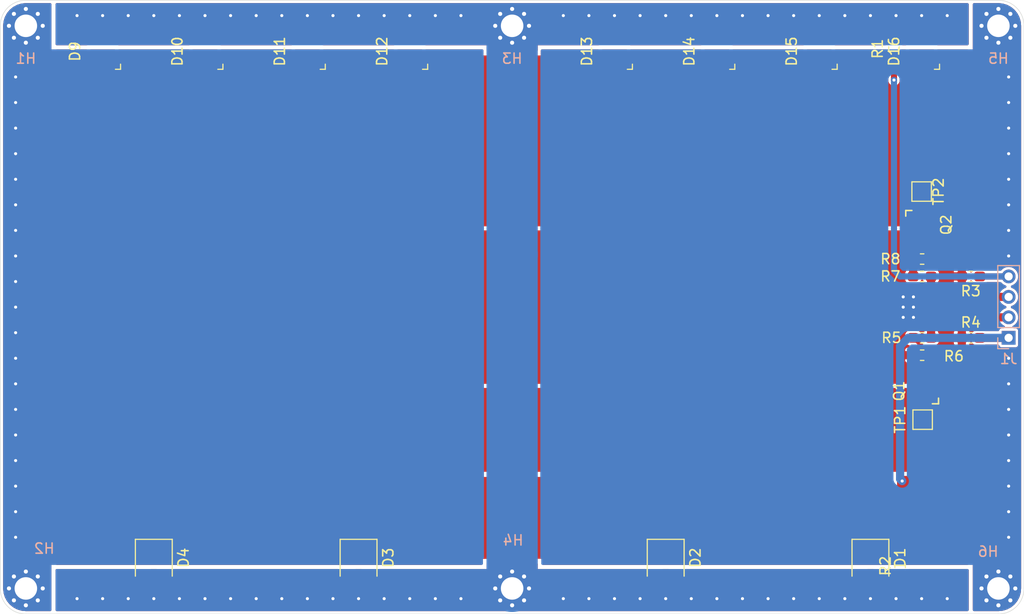
<source format=kicad_pcb>
(kicad_pcb (version 20171130) (host pcbnew 5.1.5)
  (layers (0 F.Cu signal) (31 B.Cu signal) (34 B.Paste user) (35 F.Paste user) (36 B.SilkS user) (37 F.SilkS user) (38 B.Mask user) (39 F.Mask user) (44 Edge.Cuts user))
  (net 0 "")
  (net 1 "Net-(D1-Pad1)")
  (net 2 GND)
  (net 3 VCC)
  (net 4 OC1A)
  (net 5 OC1B)
  (net 6 "Net-(Q1-Pad3)")
  (net 7 "Net-(Q2-Pad3)")
  (net 8 "Net-(D10-Pad1)")
  (net 9 LED_NTC2)
  (net 10 LED_NTC1)
  (module LED_SMD:LED_Cree-XP-G (layer F.Cu) (at 35 74.5 270)
    (fp_text reference D4 (at 0 -2.9 90) (layer F.SilkS))
    (fp_text value LED_PAD)
    (fp_line (start -1.8 1.8) (end -1.8 -1.8) (layer F.SilkS) (width 0.12))
    (fp_line (start 1.8 1.8) (end -1.8 1.8) (layer F.SilkS) (width 0.12))
    (fp_line (start -1.8 -1.8) (end 1.8 -1.8) (layer F.SilkS) (width 0.12))
    (pad 3 smd rect (at 0 0 270) (size 1.3 3.3) (layers F.Cu F.Mask) (net 10 LED_NTC1))
    (pad 1 smd rect (at -1.4 0 270) (size 0.5 3.3) (layers F.Cu F.Paste F.Mask) (net 1 "Net-(D1-Pad1)"))
    (pad 2 smd rect (at 1.4 0 270) (size 0.5 3.3) (layers F.Cu F.Paste F.Mask) (net 3 VCC))
  )
  (module LED_SMD:LED_Cree-XP-G (layer F.Cu) (at 55 74.5 270)
    (fp_text reference D3 (at 0 -2.9 90) (layer F.SilkS))
    (fp_text value LED_PAD)
    (fp_line (start -1.8 1.8) (end -1.8 -1.8) (layer F.SilkS) (width 0.12))
    (fp_line (start 1.8 1.8) (end -1.8 1.8) (layer F.SilkS) (width 0.12))
    (fp_line (start -1.8 -1.8) (end 1.8 -1.8) (layer F.SilkS) (width 0.12))
    (pad 3 smd rect (at 0 0 270) (size 1.3 3.3) (layers F.Cu F.Mask) (net 10 LED_NTC1))
    (pad 1 smd rect (at -1.4 0 270) (size 0.5 3.3) (layers F.Cu F.Paste F.Mask) (net 1 "Net-(D1-Pad1)"))
    (pad 2 smd rect (at 1.4 0 270) (size 0.5 3.3) (layers F.Cu F.Paste F.Mask) (net 3 VCC))
  )
  (module LED_SMD:LED_Cree-XP-G (layer F.Cu) (at 85 74.5 270)
    (fp_text reference D2 (at 0 -2.9 90) (layer F.SilkS))
    (fp_text value LED_PAD)
    (fp_line (start -1.8 1.8) (end -1.8 -1.8) (layer F.SilkS) (width 0.12))
    (fp_line (start 1.8 1.8) (end -1.8 1.8) (layer F.SilkS) (width 0.12))
    (fp_line (start -1.8 -1.8) (end 1.8 -1.8) (layer F.SilkS) (width 0.12))
    (pad 3 smd rect (at 0 0 270) (size 1.3 3.3) (layers F.Cu F.Mask) (net 10 LED_NTC1))
    (pad 1 smd rect (at -1.4 0 270) (size 0.5 3.3) (layers F.Cu F.Paste F.Mask) (net 1 "Net-(D1-Pad1)"))
    (pad 2 smd rect (at 1.4 0 270) (size 0.5 3.3) (layers F.Cu F.Paste F.Mask) (net 3 VCC))
  )
  (module LED_SMD:LED_Cree-XP-G (layer F.Cu) (at 105 74.5 270)
    (fp_text reference D1 (at 0 -2.9 90) (layer F.SilkS))
    (fp_text value LED_PAD)
    (fp_line (start -1.8 1.8) (end -1.8 -1.8) (layer F.SilkS) (width 0.12))
    (fp_line (start 1.8 1.8) (end -1.8 1.8) (layer F.SilkS) (width 0.12))
    (fp_line (start -1.8 -1.8) (end 1.8 -1.8) (layer F.SilkS) (width 0.12))
    (pad 3 smd rect (at 0 0 270) (size 1.3 3.3) (layers F.Cu F.Mask) (net 10 LED_NTC1))
    (pad 1 smd rect (at -1.4 0 270) (size 0.5 3.3) (layers F.Cu F.Paste F.Mask) (net 1 "Net-(D1-Pad1)"))
    (pad 2 smd rect (at 1.4 0 270) (size 0.5 3.3) (layers F.Cu F.Paste F.Mask) (net 3 VCC))
  )
  (module Resistor_SMD:R_0603_1608Metric_Pad1.05x0.95mm_HandSolder (layer F.Cu) (at 114.8 47 180)
    (fp_text reference R3 (at 0 -1.43) (layer F.SilkS))
    (fp_text value "NTC 10 kΩ")
    (fp_line (start -0.171267 0.51) (end 0.171267 0.51) (layer F.SilkS) (width 0.12))
    (fp_line (start -0.171267 -0.51) (end 0.171267 -0.51) (layer F.SilkS) (width 0.12))
    (pad 2 smd roundrect (at 0.875 0 180) (size 1.05 0.95) (layers F.Cu F.Paste F.Mask) (net 2 GND))
    (pad 1 smd roundrect (at -0.875 0 180) (size 1.05 0.95) (layers F.Cu F.Paste F.Mask) (net 9 LED_NTC2))
  )
  (module Resistor_SMD:R_0603_1608Metric_Pad1.05x0.95mm_HandSolder (layer F.Cu) (at 107.3 24.7 270)
    (fp_text reference R1 (at 0.05 1.6 90) (layer F.SilkS))
    (fp_text value "10 kΩ")
    (fp_line (start -0.171267 0.51) (end 0.171267 0.51) (layer F.SilkS) (width 0.12))
    (fp_line (start -0.171267 -0.51) (end 0.171267 -0.51) (layer F.SilkS) (width 0.12))
    (pad 2 smd roundrect (at 0.875 0 270) (size 1.05 0.95) (layers F.Cu F.Paste F.Mask) (net 9 LED_NTC2))
    (pad 1 smd roundrect (at -0.875 0 270) (size 1.05 0.95) (layers F.Cu F.Paste F.Mask) (net 3 VCC))
  )
  (module lt_foots:logo_flatlight_git_silk (layer B.Cu) (at 55.4 50.1)
    (fp_text reference logo7 hide)
    (fp_text value logo_flatlight_git hide)
  )
  (module lt_foots:logo_horse (layer F.Cu) (at 34.8 49.9)
    (fp_text reference logo2 hide)
    (fp_text value logo_horse hide)
  )
  (module Resistor_SMD:R_0603_1608Metric_Pad1.05x0.95mm_HandSolder (layer F.Cu) (at 110.05 54.7)
    (fp_text reference R6 (at 3.1 0.1) (layer F.SilkS))
    (fp_text value 1MΩ)
    (fp_line (start -0.171267 0.51) (end 0.171267 0.51) (layer F.SilkS) (width 0.12))
    (fp_line (start -0.171267 -0.51) (end 0.171267 -0.51) (layer F.SilkS) (width 0.12))
    (pad 2 smd roundrect (at 0.875 0) (size 1.05 0.95) (layers F.Cu F.Paste F.Mask) (net 6 "Net-(Q1-Pad3)"))
    (pad 1 smd roundrect (at -0.875 0) (size 1.05 0.95) (layers F.Cu F.Paste F.Mask) (net 2 GND))
  )
  (module Resistor_SMD:R_0603_1608Metric_Pad1.05x0.95mm_HandSolder (layer F.Cu) (at 110.05 45.3 180)
    (fp_text reference R8 (at 3.1 0) (layer F.SilkS))
    (fp_text value 1MΩ)
    (fp_line (start -0.171267 0.51) (end 0.171267 0.51) (layer F.SilkS) (width 0.12))
    (fp_line (start -0.171267 -0.51) (end 0.171267 -0.51) (layer F.SilkS) (width 0.12))
    (pad 2 smd roundrect (at 0.875 0 180) (size 1.05 0.95) (layers F.Cu F.Paste F.Mask) (net 7 "Net-(Q2-Pad3)"))
    (pad 1 smd roundrect (at -0.875 0 180) (size 1.05 0.95) (layers F.Cu F.Paste F.Mask) (net 2 GND))
  )
  (module TestPoint:TestPoint_Pad_1.5x1.5mm (layer F.Cu) (at 110.1 61 90)
    (fp_text reference TP1 (at 0 -2.2 90) (layer F.SilkS))
    (fp_text value TestPoint)
    (fp_line (start -0.95 -0.95) (end 0.95 -0.95) (layer F.SilkS) (width 0.12))
    (fp_line (start 0.95 -0.95) (end 0.95 0.95) (layer F.SilkS) (width 0.12))
    (fp_line (start 0.95 0.95) (end -0.95 0.95) (layer F.SilkS) (width 0.12))
    (fp_line (start -0.95 0.95) (end -0.95 -0.95) (layer F.SilkS) (width 0.12))
    (pad 1 smd rect (at 0 0 90) (size 1.5 1.5) (layers F.Cu F.Mask) (net 1 "Net-(D1-Pad1)"))
  )
  (module TestPoint:TestPoint_Pad_1.5x1.5mm (layer F.Cu) (at 110 38.7 270)
    (fp_text reference TP2 (at 0 -1.648 90) (layer F.SilkS))
    (fp_text value TestPoint)
    (fp_line (start -0.95 0.95) (end -0.95 -0.95) (layer F.SilkS) (width 0.12))
    (fp_line (start 0.95 0.95) (end -0.95 0.95) (layer F.SilkS) (width 0.12))
    (fp_line (start 0.95 -0.95) (end 0.95 0.95) (layer F.SilkS) (width 0.12))
    (fp_line (start -0.95 -0.95) (end 0.95 -0.95) (layer F.SilkS) (width 0.12))
    (pad 1 smd rect (at 0 0 270) (size 1.5 1.5) (layers F.Cu F.Mask) (net 8 "Net-(D10-Pad1)"))
  )
  (module Resistor_SMD:R_0603_1608Metric_Pad1.05x0.95mm_HandSolder (layer F.Cu) (at 110.05 53 180)
    (fp_text reference R5 (at 3 0) (layer F.SilkS))
    (fp_text value 1kΩ)
    (fp_line (start -0.171267 0.51) (end 0.171267 0.51) (layer F.SilkS) (width 0.12))
    (fp_line (start -0.171267 -0.51) (end 0.171267 -0.51) (layer F.SilkS) (width 0.12))
    (pad 2 smd roundrect (at 0.875 0 180) (size 1.05 0.95) (layers F.Cu F.Paste F.Mask) (net 6 "Net-(Q1-Pad3)"))
    (pad 1 smd roundrect (at -0.875 0 180) (size 1.05 0.95) (layers F.Cu F.Paste F.Mask) (net 4 OC1A))
  )
  (module Resistor_SMD:R_0603_1608Metric_Pad1.05x0.95mm_HandSolder (layer F.Cu) (at 110.05 47 180)
    (fp_text reference R7 (at 3.1 0) (layer F.SilkS))
    (fp_text value 1kΩ)
    (fp_line (start -0.171267 0.51) (end 0.171267 0.51) (layer F.SilkS) (width 0.12))
    (fp_line (start -0.171267 -0.51) (end 0.171267 -0.51) (layer F.SilkS) (width 0.12))
    (pad 2 smd roundrect (at 0.875 0 180) (size 1.05 0.95) (layers F.Cu F.Paste F.Mask) (net 7 "Net-(Q2-Pad3)"))
    (pad 1 smd roundrect (at -0.875 0 180) (size 1.05 0.95) (layers F.Cu F.Paste F.Mask) (net 5 OC1B))
  )
  (module Resistor_SMD:R_0603_1608Metric_Pad1.05x0.95mm_HandSolder (layer F.Cu) (at 107.9 75.3 90)
    (fp_text reference R2 (at 0 -1.43 90) (layer F.SilkS))
    (fp_text value "10 kΩ")
    (fp_line (start -0.171267 -0.51) (end 0.171267 -0.51) (layer F.SilkS) (width 0.12))
    (fp_line (start -0.171267 0.51) (end 0.171267 0.51) (layer F.SilkS) (width 0.12))
    (pad 1 smd roundrect (at -0.875 0 90) (size 1.05 0.95) (layers F.Cu F.Paste F.Mask) (net 3 VCC))
    (pad 2 smd roundrect (at 0.875 0 90) (size 1.05 0.95) (layers F.Cu F.Paste F.Mask) (net 10 LED_NTC1))
  )
  (module Resistor_SMD:R_0603_1608Metric_Pad1.05x0.95mm_HandSolder (layer F.Cu) (at 114.8 53 180)
    (fp_text reference R4 (at 0 1.5 180) (layer F.SilkS))
    (fp_text value "NTC 10 kΩ")
    (fp_line (start -0.171267 0.51) (end 0.171267 0.51) (layer F.SilkS) (width 0.12))
    (fp_line (start -0.171267 -0.51) (end 0.171267 -0.51) (layer F.SilkS) (width 0.12))
    (pad 2 smd roundrect (at 0.875 0 180) (size 1.05 0.95) (layers F.Cu F.Paste F.Mask) (net 2 GND))
    (pad 1 smd roundrect (at -0.875 0 180) (size 1.05 0.95) (layers F.Cu F.Paste F.Mask) (net 10 LED_NTC1))
  )
  (module "lt_foots:U-DFN2020-6 (Type F)" (layer F.Cu) (at 110.1 58 90)
    (fp_text reference Q1 (at -0.2 -2.3 90) (layer F.SilkS))
    (fp_text value DMN2022-UFDF7)
    (fp_line (start -1.448496 1.549888) (end -0.9 1.549888) (layer F.SilkS) (width 0.15))
    (fp_line (start -1.448496 0.949888) (end -1.448496 1.549888) (layer F.SilkS) (width 0.15))
    (pad 2 smd rect (at 0.651504 -0.050112 90) (size 0.48 0.8) (layers F.Cu F.Paste F.Mask) (net 2 GND))
    (pad 2 smd rect (at 0.601504 -1.000112 90) (size 0.4 0.425) (layers F.Cu F.Paste F.Mask) (net 2 GND))
    (pad 1 smd rect (at -0.048496 -1.000112 90) (size 0.4 0.425) (layers F.Cu F.Paste F.Mask) (net 1 "Net-(D1-Pad1)"))
    (pad 1 smd rect (at -0.698496 -1.000112 90) (size 0.4 0.425) (layers F.Cu F.Paste F.Mask) (net 1 "Net-(D1-Pad1)"))
    (pad 3 smd rect (at 0.601504 0.899888 90) (size 0.4 0.425) (layers F.Cu F.Paste F.Mask) (net 6 "Net-(Q1-Pad3)"))
    (pad 1 smd rect (at -0.048496 0.899888 90) (size 0.4 0.425) (layers F.Cu F.Paste F.Mask) (net 1 "Net-(D1-Pad1)"))
    (pad 1 smd rect (at -0.698496 0.899888 90) (size 0.4 0.425) (layers F.Cu F.Paste F.Mask) (net 1 "Net-(D1-Pad1)"))
    (pad 1 smd rect (at -0.348496 -0.050112 90) (size 0.95 1.1) (layers F.Cu F.Paste F.Mask) (net 1 "Net-(D1-Pad1)"))
  )
  (module "lt_foots:U-DFN2020-6 (Type F)" (layer F.Cu) (at 110 42 270)
    (fp_text reference Q2 (at -0.048496 -2.400112 90) (layer F.SilkS))
    (fp_text value DMN2022-UFDF7)
    (fp_line (start -1.448496 0.949888) (end -1.448496 1.549888) (layer F.SilkS) (width 0.15))
    (fp_line (start -1.448496 1.549888) (end -0.9 1.549888) (layer F.SilkS) (width 0.15))
    (pad 1 smd rect (at -0.348496 -0.050112 270) (size 0.95 1.1) (layers F.Cu F.Paste F.Mask) (net 8 "Net-(D10-Pad1)"))
    (pad 1 smd rect (at -0.698496 0.899888 270) (size 0.4 0.425) (layers F.Cu F.Paste F.Mask) (net 8 "Net-(D10-Pad1)"))
    (pad 1 smd rect (at -0.048496 0.899888 270) (size 0.4 0.425) (layers F.Cu F.Paste F.Mask) (net 8 "Net-(D10-Pad1)"))
    (pad 3 smd rect (at 0.601504 0.899888 270) (size 0.4 0.425) (layers F.Cu F.Paste F.Mask) (net 7 "Net-(Q2-Pad3)"))
    (pad 1 smd rect (at -0.698496 -1.000112 270) (size 0.4 0.425) (layers F.Cu F.Paste F.Mask) (net 8 "Net-(D10-Pad1)"))
    (pad 1 smd rect (at -0.048496 -1.000112 270) (size 0.4 0.425) (layers F.Cu F.Paste F.Mask) (net 8 "Net-(D10-Pad1)"))
    (pad 2 smd rect (at 0.601504 -1.000112 270) (size 0.4 0.425) (layers F.Cu F.Paste F.Mask) (net 2 GND))
    (pad 2 smd rect (at 0.651504 -0.050112 270) (size 0.48 0.8) (layers F.Cu F.Paste F.Mask) (net 2 GND))
  )
  (module lt_foots:LED_Cree-J-Series (layer F.Cu) (at 110 25 90)
    (fp_text reference D16 (at 0 -2.7 90) (layer F.SilkS))
    (fp_text value LED)
    (fp_line (start -1.75 1.25) (end -1.75 1.75) (layer F.SilkS) (width 0.12))
    (fp_line (start -1.75 1.75) (end -1.25 1.75) (layer F.SilkS) (width 0.12))
    (pad 2 smd rect (at 1.05 0 90) (size 0.6 2.4) (layers F.Cu F.Mask) (net 3 VCC))
    (pad 1 smd rect (at -0.6 0 90) (size 1.6 2.4) (layers F.Cu F.Mask) (net 8 "Net-(D10-Pad1)"))
  )
  (module lt_foots:LED_Cree-J-Series (layer F.Cu) (at 100 25 90)
    (fp_text reference D15 (at 0 -2.7 90) (layer F.SilkS))
    (fp_text value LED)
    (fp_line (start -1.75 1.25) (end -1.75 1.75) (layer F.SilkS) (width 0.12))
    (fp_line (start -1.75 1.75) (end -1.25 1.75) (layer F.SilkS) (width 0.12))
    (pad 2 smd rect (at 1.05 0 90) (size 0.6 2.4) (layers F.Cu F.Mask) (net 3 VCC))
    (pad 1 smd rect (at -0.6 0 90) (size 1.6 2.4) (layers F.Cu F.Mask) (net 8 "Net-(D10-Pad1)"))
  )
  (module lt_foots:LED_Cree-J-Series (layer F.Cu) (at 90 25 90)
    (fp_text reference D14 (at 0 -2.7 90) (layer F.SilkS))
    (fp_text value LED)
    (fp_line (start -1.75 1.25) (end -1.75 1.75) (layer F.SilkS) (width 0.12))
    (fp_line (start -1.75 1.75) (end -1.25 1.75) (layer F.SilkS) (width 0.12))
    (pad 2 smd rect (at 1.05 0 90) (size 0.6 2.4) (layers F.Cu F.Mask) (net 3 VCC))
    (pad 1 smd rect (at -0.6 0 90) (size 1.6 2.4) (layers F.Cu F.Mask) (net 8 "Net-(D10-Pad1)"))
  )
  (module lt_foots:LED_Cree-J-Series (layer F.Cu) (at 80 25 90)
    (fp_text reference D13 (at 0 -2.7 90) (layer F.SilkS))
    (fp_text value LED)
    (fp_line (start -1.75 1.25) (end -1.75 1.75) (layer F.SilkS) (width 0.12))
    (fp_line (start -1.75 1.75) (end -1.25 1.75) (layer F.SilkS) (width 0.12))
    (pad 2 smd rect (at 1.05 0 90) (size 0.6 2.4) (layers F.Cu F.Mask) (net 3 VCC))
    (pad 1 smd rect (at -0.6 0 90) (size 1.6 2.4) (layers F.Cu F.Mask) (net 8 "Net-(D10-Pad1)"))
  )
  (module lt_foots:LED_Cree-J-Series (layer F.Cu) (at 60 25 90)
    (fp_text reference D12 (at 0 -2.7 90) (layer F.SilkS))
    (fp_text value LED)
    (fp_line (start -1.75 1.25) (end -1.75 1.75) (layer F.SilkS) (width 0.12))
    (fp_line (start -1.75 1.75) (end -1.25 1.75) (layer F.SilkS) (width 0.12))
    (pad 2 smd rect (at 1.05 0 90) (size 0.6 2.4) (layers F.Cu F.Mask) (net 3 VCC))
    (pad 1 smd rect (at -0.6 0 90) (size 1.6 2.4) (layers F.Cu F.Mask) (net 8 "Net-(D10-Pad1)"))
  )
  (module lt_foots:LED_Cree-J-Series (layer F.Cu) (at 50 25 90)
    (fp_text reference D11 (at 0 -2.7 90) (layer F.SilkS))
    (fp_text value LED)
    (fp_line (start -1.75 1.25) (end -1.75 1.75) (layer F.SilkS) (width 0.12))
    (fp_line (start -1.75 1.75) (end -1.25 1.75) (layer F.SilkS) (width 0.12))
    (pad 2 smd rect (at 1.05 0 90) (size 0.6 2.4) (layers F.Cu F.Mask) (net 3 VCC))
    (pad 1 smd rect (at -0.6 0 90) (size 1.6 2.4) (layers F.Cu F.Mask) (net 8 "Net-(D10-Pad1)"))
  )
  (module lt_foots:LED_Cree-J-Series (layer F.Cu) (at 40 25 90)
    (fp_text reference D10 (at 0 -2.7 90) (layer F.SilkS))
    (fp_text value LED)
    (fp_line (start -1.75 1.25) (end -1.75 1.75) (layer F.SilkS) (width 0.12))
    (fp_line (start -1.75 1.75) (end -1.25 1.75) (layer F.SilkS) (width 0.12))
    (pad 2 smd rect (at 1.05 0 90) (size 0.6 2.4) (layers F.Cu F.Mask) (net 3 VCC))
    (pad 1 smd rect (at -0.6 0 90) (size 1.6 2.4) (layers F.Cu F.Mask) (net 8 "Net-(D10-Pad1)"))
  )
  (module lt_foots:LED_Cree-J-Series (layer F.Cu) (at 30 25 90)
    (fp_text reference D9 (at 0 -2.7 90) (layer F.SilkS))
    (fp_text value LED)
    (fp_line (start -1.75 1.25) (end -1.75 1.75) (layer F.SilkS) (width 0.12))
    (fp_line (start -1.75 1.75) (end -1.25 1.75) (layer F.SilkS) (width 0.12))
    (pad 2 smd rect (at 1.05 0 90) (size 0.6 2.4) (layers F.Cu F.Mask) (net 3 VCC))
    (pad 1 smd rect (at -0.6 0 90) (size 1.6 2.4) (layers F.Cu F.Mask) (net 8 "Net-(D10-Pad1)"))
  )
  (module lt_foots:logo_REV18 (layer F.Cu) (at 96.8 50.7)
    (fp_text reference logo6 hide)
    (fp_text value logo_REV18 hide)
  )
  (module lt_foots:cc-by-sa (layer F.Cu) (at 91.8 52.2)
    (fp_text reference logo3 hide)
    (fp_text value logo-cc-by-sa hide)
  )
  (module Connector_PinHeader_2.00mm:PinHeader_1x04_P2.00mm_Vertical (layer B.Cu) (at 118.5 53)
    (fp_text reference J1 (at 0 2.06) (layer B.SilkS) (effects (justify mirror)))
    (fp_text value Conn_01x04)
    (fp_line (start -1.06 1.06) (end 0 1.06) (layer B.SilkS) (width 0.12))
    (fp_line (start -1.06 0) (end -1.06 1.06) (layer B.SilkS) (width 0.12))
    (fp_line (start -1.06 -1) (end 1.06 -1) (layer B.SilkS) (width 0.12))
    (fp_line (start 1.06 -1) (end 1.06 -7.06) (layer B.SilkS) (width 0.12))
    (fp_line (start -1.06 -1) (end -1.06 -7.06) (layer B.SilkS) (width 0.12))
    (fp_line (start -1.06 -7.06) (end 1.06 -7.06) (layer B.SilkS) (width 0.12))
    (pad 4 thru_hole oval (at 0 -6) (size 1.35 1.35) (drill 0.8) (layers *.Cu *.Mask) (net 9 LED_NTC2))
    (pad 3 thru_hole oval (at 0 -4) (size 1.35 1.35) (drill 0.8) (layers *.Cu *.Mask) (net 5 OC1B))
    (pad 2 thru_hole oval (at 0 -2) (size 1.35 1.35) (drill 0.8) (layers *.Cu *.Mask) (net 4 OC1A))
    (pad 1 thru_hole rect (at 0 0) (size 1.35 1.35) (drill 0.8) (layers *.Cu *.Mask) (net 10 LED_NTC1))
  )
  (module MountingHole:MountingHole_2.2mm_M2_Pad_Via (layer B.Cu) (at 117.5 77.5)
    (fp_text reference H6 (at -1 -3.6) (layer B.SilkS) (effects (justify mirror)))
    (fp_text value MountingHole_Pad)
    (pad 1 thru_hole circle (at 0 0) (size 4.4 4.4) (drill 2.2) (layers *.Cu *.Mask) (net 2 GND))
    (pad 1 thru_hole circle (at 1.65 0) (size 0.7 0.7) (drill 0.4) (layers *.Cu *.Mask) (net 2 GND))
    (pad 1 thru_hole circle (at 1.166726 -1.166726) (size 0.7 0.7) (drill 0.4) (layers *.Cu *.Mask) (net 2 GND))
    (pad 1 thru_hole circle (at 0 -1.65) (size 0.7 0.7) (drill 0.4) (layers *.Cu *.Mask) (net 2 GND))
    (pad 1 thru_hole circle (at -1.166726 -1.166726) (size 0.7 0.7) (drill 0.4) (layers *.Cu *.Mask) (net 2 GND))
    (pad 1 thru_hole circle (at -1.65 0) (size 0.7 0.7) (drill 0.4) (layers *.Cu *.Mask) (net 2 GND))
    (pad 1 thru_hole circle (at -1.166726 1.166726) (size 0.7 0.7) (drill 0.4) (layers *.Cu *.Mask) (net 2 GND))
    (pad 1 thru_hole circle (at 0 1.65) (size 0.7 0.7) (drill 0.4) (layers *.Cu *.Mask) (net 2 GND))
    (pad 1 thru_hole circle (at 1.166726 1.166726) (size 0.7 0.7) (drill 0.4) (layers *.Cu *.Mask) (net 2 GND))
  )
  (module MountingHole:MountingHole_2.2mm_M2_Pad_Via (layer B.Cu) (at 117.5 22.5)
    (fp_text reference H5 (at 0 3.2) (layer B.SilkS) (effects (justify mirror)))
    (fp_text value MountingHole_Pad)
    (pad 1 thru_hole circle (at 1.166726 1.166726) (size 0.7 0.7) (drill 0.4) (layers *.Cu *.Mask) (net 2 GND))
    (pad 1 thru_hole circle (at 0 1.65) (size 0.7 0.7) (drill 0.4) (layers *.Cu *.Mask) (net 2 GND))
    (pad 1 thru_hole circle (at -1.166726 1.166726) (size 0.7 0.7) (drill 0.4) (layers *.Cu *.Mask) (net 2 GND))
    (pad 1 thru_hole circle (at -1.65 0) (size 0.7 0.7) (drill 0.4) (layers *.Cu *.Mask) (net 2 GND))
    (pad 1 thru_hole circle (at -1.166726 -1.166726) (size 0.7 0.7) (drill 0.4) (layers *.Cu *.Mask) (net 2 GND))
    (pad 1 thru_hole circle (at 0 -1.65) (size 0.7 0.7) (drill 0.4) (layers *.Cu *.Mask) (net 2 GND))
    (pad 1 thru_hole circle (at 1.166726 -1.166726) (size 0.7 0.7) (drill 0.4) (layers *.Cu *.Mask) (net 2 GND))
    (pad 1 thru_hole circle (at 1.65 0) (size 0.7 0.7) (drill 0.4) (layers *.Cu *.Mask) (net 2 GND))
    (pad 1 thru_hole circle (at 0 0) (size 4.4 4.4) (drill 2.2) (layers *.Cu *.Mask) (net 2 GND))
  )
  (module MountingHole:MountingHole_2.2mm_M2_Pad_Via (layer B.Cu) (at 70 77.5)
    (fp_text reference H4 (at 0.1 -4.7) (layer B.SilkS) (effects (justify mirror)))
    (fp_text value MountingHole_Pad)
    (pad 1 thru_hole circle (at 0 0) (size 4.4 4.4) (drill 2.2) (layers *.Cu *.Mask) (net 3 VCC))
    (pad 1 thru_hole circle (at 1.65 0) (size 0.7 0.7) (drill 0.4) (layers *.Cu *.Mask) (net 3 VCC))
    (pad 1 thru_hole circle (at 1.166726 -1.166726) (size 0.7 0.7) (drill 0.4) (layers *.Cu *.Mask) (net 3 VCC))
    (pad 1 thru_hole circle (at 0 -1.65) (size 0.7 0.7) (drill 0.4) (layers *.Cu *.Mask) (net 3 VCC))
    (pad 1 thru_hole circle (at -1.166726 -1.166726) (size 0.7 0.7) (drill 0.4) (layers *.Cu *.Mask) (net 3 VCC))
    (pad 1 thru_hole circle (at -1.65 0) (size 0.7 0.7) (drill 0.4) (layers *.Cu *.Mask) (net 3 VCC))
    (pad 1 thru_hole circle (at -1.166726 1.166726) (size 0.7 0.7) (drill 0.4) (layers *.Cu *.Mask) (net 3 VCC))
    (pad 1 thru_hole circle (at 0 1.65) (size 0.7 0.7) (drill 0.4) (layers *.Cu *.Mask) (net 3 VCC))
    (pad 1 thru_hole circle (at 1.166726 1.166726) (size 0.7 0.7) (drill 0.4) (layers *.Cu *.Mask) (net 3 VCC))
  )
  (module MountingHole:MountingHole_2.2mm_M2_Pad_Via (layer B.Cu) (at 70 22.5)
    (fp_text reference H3 (at 0 3.2) (layer B.SilkS) (effects (justify mirror)))
    (fp_text value MountingHole_Pad)
    (pad 1 thru_hole circle (at 1.166726 1.166726) (size 0.7 0.7) (drill 0.4) (layers *.Cu *.Mask) (net 3 VCC))
    (pad 1 thru_hole circle (at 0 1.65) (size 0.7 0.7) (drill 0.4) (layers *.Cu *.Mask) (net 3 VCC))
    (pad 1 thru_hole circle (at -1.166726 1.166726) (size 0.7 0.7) (drill 0.4) (layers *.Cu *.Mask) (net 3 VCC))
    (pad 1 thru_hole circle (at -1.65 0) (size 0.7 0.7) (drill 0.4) (layers *.Cu *.Mask) (net 3 VCC))
    (pad 1 thru_hole circle (at -1.166726 -1.166726) (size 0.7 0.7) (drill 0.4) (layers *.Cu *.Mask) (net 3 VCC))
    (pad 1 thru_hole circle (at 0 -1.65) (size 0.7 0.7) (drill 0.4) (layers *.Cu *.Mask) (net 3 VCC))
    (pad 1 thru_hole circle (at 1.166726 -1.166726) (size 0.7 0.7) (drill 0.4) (layers *.Cu *.Mask) (net 3 VCC))
    (pad 1 thru_hole circle (at 1.65 0) (size 0.7 0.7) (drill 0.4) (layers *.Cu *.Mask) (net 3 VCC))
    (pad 1 thru_hole circle (at 0 0) (size 4.4 4.4) (drill 2.2) (layers *.Cu *.Mask) (net 3 VCC))
  )
  (module MountingHole:MountingHole_2.2mm_M2_Pad_Via (layer B.Cu) (at 22.5 77.5)
    (fp_text reference H2 (at 1.8 -3.9) (layer B.SilkS) (effects (justify mirror)))
    (fp_text value MountingHole_Pad)
    (pad 1 thru_hole circle (at 0 0) (size 4.4 4.4) (drill 2.2) (layers *.Cu *.Mask) (net 2 GND))
    (pad 1 thru_hole circle (at 1.65 0) (size 0.7 0.7) (drill 0.4) (layers *.Cu *.Mask) (net 2 GND))
    (pad 1 thru_hole circle (at 1.166726 -1.166726) (size 0.7 0.7) (drill 0.4) (layers *.Cu *.Mask) (net 2 GND))
    (pad 1 thru_hole circle (at 0 -1.65) (size 0.7 0.7) (drill 0.4) (layers *.Cu *.Mask) (net 2 GND))
    (pad 1 thru_hole circle (at -1.166726 -1.166726) (size 0.7 0.7) (drill 0.4) (layers *.Cu *.Mask) (net 2 GND))
    (pad 1 thru_hole circle (at -1.65 0) (size 0.7 0.7) (drill 0.4) (layers *.Cu *.Mask) (net 2 GND))
    (pad 1 thru_hole circle (at -1.166726 1.166726) (size 0.7 0.7) (drill 0.4) (layers *.Cu *.Mask) (net 2 GND))
    (pad 1 thru_hole circle (at 0 1.65) (size 0.7 0.7) (drill 0.4) (layers *.Cu *.Mask) (net 2 GND))
    (pad 1 thru_hole circle (at 1.166726 1.166726) (size 0.7 0.7) (drill 0.4) (layers *.Cu *.Mask) (net 2 GND))
  )
  (module MountingHole:MountingHole_2.2mm_M2_Pad_Via (layer B.Cu) (at 22.5 22.5)
    (fp_text reference H1 (at 0 3.2) (layer B.SilkS) (effects (justify mirror)))
    (fp_text value MountingHole_Pad)
    (pad 1 thru_hole circle (at 1.166726 1.166726) (size 0.7 0.7) (drill 0.4) (layers *.Cu *.Mask) (net 2 GND))
    (pad 1 thru_hole circle (at 0 1.65) (size 0.7 0.7) (drill 0.4) (layers *.Cu *.Mask) (net 2 GND))
    (pad 1 thru_hole circle (at -1.166726 1.166726) (size 0.7 0.7) (drill 0.4) (layers *.Cu *.Mask) (net 2 GND))
    (pad 1 thru_hole circle (at -1.65 0) (size 0.7 0.7) (drill 0.4) (layers *.Cu *.Mask) (net 2 GND))
    (pad 1 thru_hole circle (at -1.166726 -1.166726) (size 0.7 0.7) (drill 0.4) (layers *.Cu *.Mask) (net 2 GND))
    (pad 1 thru_hole circle (at 0 -1.65) (size 0.7 0.7) (drill 0.4) (layers *.Cu *.Mask) (net 2 GND))
    (pad 1 thru_hole circle (at 1.166726 -1.166726) (size 0.7 0.7) (drill 0.4) (layers *.Cu *.Mask) (net 2 GND))
    (pad 1 thru_hole circle (at 1.65 0) (size 0.7 0.7) (drill 0.4) (layers *.Cu *.Mask) (net 2 GND))
    (pad 1 thru_hole circle (at 0 0) (size 4.4 4.4) (drill 2.2) (layers *.Cu *.Mask) (net 2 GND))
  )
  (module lt_foots:logo_heart3 (layer F.Cu) (at 102.2 50)
    (fp_text reference logo1 hide)
    (fp_text value logo_heart hide)
  )
  (module lt_foots:logo_flatlight (layer F.Cu) (at 91.2 48.8)
    (fp_text reference logo5 hide)
    (fp_text value logo_flatlight hide)
  )
  (module lt_foots:logo_lightwarn_15mm (layer F.Cu) (at 70 50)
    (fp_text reference logo4 hide)
    (fp_text value logo_LIGHTWARN hide)
  )
  (gr_arc (start 22.5 77.5) (end 20 77.5) (angle -90) (layer Edge.Cuts) (width 0.05))
  (gr_arc (start 117.5 77.5) (end 117.5 80) (angle -90) (layer Edge.Cuts) (width 0.05))
  (gr_arc (start 117.5 22.5) (end 120 22.5) (angle -90) (layer Edge.Cuts) (width 0.05))
  (gr_arc (start 22.5 22.5) (end 22.5 20) (angle -90) (layer Edge.Cuts) (width 0.05))
  (gr_line (start 20 77.5) (end 20 22.5) (layer Edge.Cuts) (width 0.05))
  (gr_line (start 117.5 80) (end 22.5 80) (layer Edge.Cuts) (width 0.05))
  (gr_line (start 120 22.5) (end 120 77.5) (layer Edge.Cuts) (width 0.05))
  (gr_line (start 22.5 20) (end 117.5 20) (layer Edge.Cuts) (width 0.05))
  (via (at 21.5 45) (size 0.6) (drill 0.3) (layers F.Cu B.Cu) (net 2))
  (via (at 21.5 42.5) (size 0.6) (drill 0.3) (layers F.Cu B.Cu) (net 2))
  (via (at 21.5 47.5) (size 0.6) (drill 0.3) (layers F.Cu B.Cu) (net 2))
  (via (at 21.5 62.5) (size 0.6) (drill 0.3) (layers F.Cu B.Cu) (net 2))
  (via (at 21.5 50) (size 0.6) (drill 0.3) (layers F.Cu B.Cu) (net 2))
  (via (at 21.5 65) (size 0.6) (drill 0.3) (layers F.Cu B.Cu) (net 2))
  (via (at 21.5 40) (size 0.6) (drill 0.3) (layers F.Cu B.Cu) (net 2))
  (via (at 21.5 30) (size 0.6) (drill 0.3) (layers F.Cu B.Cu) (net 2))
  (via (at 21.5 27.5) (size 0.6) (drill 0.3) (layers F.Cu B.Cu) (net 2))
  (via (at 21.5 37.5) (size 0.6) (drill 0.3) (layers F.Cu B.Cu) (net 2))
  (via (at 21.5 35) (size 0.6) (drill 0.3) (layers F.Cu B.Cu) (net 2))
  (via (at 21.5 32.5) (size 0.6) (drill 0.3) (layers F.Cu B.Cu) (net 2))
  (via (at 21.5 67.5) (size 0.6) (drill 0.3) (layers F.Cu B.Cu) (net 2))
  (via (at 21.5 72.5) (size 0.6) (drill 0.3) (layers F.Cu B.Cu) (net 2))
  (via (at 21.5 70) (size 0.6) (drill 0.3) (layers F.Cu B.Cu) (net 2))
  (via (at 118.5 40) (size 0.6) (drill 0.3) (layers F.Cu B.Cu) (net 2))
  (via (at 118.5 65) (size 0.6) (drill 0.3) (layers F.Cu B.Cu) (net 2))
  (via (at 118.5 70) (size 0.6) (drill 0.3) (layers F.Cu B.Cu) (net 2))
  (via (at 118.5 35) (size 0.6) (drill 0.3) (layers F.Cu B.Cu) (net 2))
  (via (at 118.5 67.5) (size 0.6) (drill 0.3) (layers F.Cu B.Cu) (net 2))
  (via (at 118.5 62.5) (size 0.6) (drill 0.3) (layers F.Cu B.Cu) (net 2))
  (via (at 118.5 37.5) (size 0.6) (drill 0.3) (layers F.Cu B.Cu) (net 2))
  (via (at 118.5 27.5) (size 0.6) (drill 0.3) (layers F.Cu B.Cu) (net 2))
  (via (at 118.5 32.5) (size 0.6) (drill 0.3) (layers F.Cu B.Cu) (net 2))
  (via (at 118.5 30) (size 0.6) (drill 0.3) (layers F.Cu B.Cu) (net 2))
  (via (at 118.5 72.5) (size 0.6) (drill 0.3) (layers F.Cu B.Cu) (net 2))
  (segment (start 110.950112 42.651504) (end 111.000112 42.601504) (width 0.2) (layer F.Cu) (net 2))
  (segment (start 110.050112 42.651504) (end 110.950112 42.651504) (width 0.2) (layer F.Cu) (net 2))
  (via (at 21.5 55) (size 0.6) (drill 0.3) (layers F.Cu B.Cu) (net 2))
  (via (at 21.5 60) (size 0.6) (drill 0.3) (layers F.Cu B.Cu) (net 2))
  (via (at 21.5 57.5) (size 0.6) (drill 0.3) (layers F.Cu B.Cu) (net 2))
  (via (at 21.5 52.5) (size 0.6) (drill 0.3) (layers F.Cu B.Cu) (net 2))
  (via (at 118.5 57.5) (size 0.6) (drill 0.3) (layers F.Cu B.Cu) (net 2))
  (via (at 118.5 60) (size 0.6) (drill 0.3) (layers F.Cu B.Cu) (net 2))
  (via (at 118.5 55) (size 0.6) (drill 0.3) (layers F.Cu B.Cu) (net 2))
  (via (at 118.5 45) (size 0.6) (drill 0.3) (layers F.Cu B.Cu) (net 2))
  (via (at 118.5 42.5) (size 0.6) (drill 0.3) (layers F.Cu B.Cu) (net 2))
  (via (at 109.2 49) (size 0.6) (drill 0.3) (layers F.Cu B.Cu) (net 2))
  (via (at 109.2 51) (size 0.6) (drill 0.3) (layers F.Cu B.Cu) (net 2))
  (via (at 109.2 50) (size 0.6) (drill 0.3) (layers F.Cu B.Cu) (net 2))
  (via (at 108.2 49) (size 0.6) (drill 0.3) (layers F.Cu B.Cu) (net 2))
  (via (at 108.2 50) (size 0.6) (drill 0.3) (layers F.Cu B.Cu) (net 2))
  (via (at 108.2 51) (size 0.6) (drill 0.3) (layers F.Cu B.Cu) (net 2))
  (segment (start 70 77.3) (end 70 44.8) (width 5) (layer B.Cu) (net 3))
  (via (at 75 78.5) (size 0.6) (drill 0.3) (layers F.Cu B.Cu) (net 3))
  (via (at 77.5 78.5) (size 0.6) (drill 0.3) (layers F.Cu B.Cu) (net 3))
  (via (at 80 78.5) (size 0.6) (drill 0.3) (layers F.Cu B.Cu) (net 3))
  (via (at 82.5 78.5) (size 0.6) (drill 0.3) (layers F.Cu B.Cu) (net 3))
  (via (at 85 78.5) (size 0.6) (drill 0.3) (layers F.Cu B.Cu) (net 3))
  (via (at 92.5 78.5) (size 0.6) (drill 0.3) (layers F.Cu B.Cu) (net 3))
  (via (at 87.5 78.5) (size 0.6) (drill 0.3) (layers F.Cu B.Cu) (net 3))
  (via (at 90 78.5) (size 0.6) (drill 0.3) (layers F.Cu B.Cu) (net 3))
  (via (at 107.5 78.5) (size 0.6) (drill 0.3) (layers F.Cu B.Cu) (net 3))
  (via (at 95 78.5) (size 0.6) (drill 0.3) (layers F.Cu B.Cu) (net 3))
  (via (at 102.5 78.5) (size 0.6) (drill 0.3) (layers F.Cu B.Cu) (net 3))
  (via (at 112.5 78.5) (size 0.6) (drill 0.3) (layers F.Cu B.Cu) (net 3))
  (via (at 97.5 78.5) (size 0.6) (drill 0.3) (layers F.Cu B.Cu) (net 3))
  (via (at 105 78.5) (size 0.6) (drill 0.3) (layers F.Cu B.Cu) (net 3))
  (via (at 100 78.5) (size 0.6) (drill 0.3) (layers F.Cu B.Cu) (net 3))
  (via (at 110 78.5) (size 0.6) (drill 0.3) (layers F.Cu B.Cu) (net 3))
  (via (at 47.5 78.5) (size 0.6) (drill 0.3) (layers F.Cu B.Cu) (net 3))
  (via (at 40 78.5) (size 0.6) (drill 0.3) (layers F.Cu B.Cu) (net 3))
  (via (at 27.5 78.5) (size 0.6) (drill 0.3) (layers F.Cu B.Cu) (net 3))
  (via (at 35 78.5) (size 0.6) (drill 0.3) (layers F.Cu B.Cu) (net 3))
  (via (at 45 78.5) (size 0.6) (drill 0.3) (layers F.Cu B.Cu) (net 3))
  (via (at 60 78.5) (size 0.6) (drill 0.3) (layers F.Cu B.Cu) (net 3))
  (via (at 30 78.5) (size 0.6) (drill 0.3) (layers F.Cu B.Cu) (net 3))
  (via (at 37.5 78.5) (size 0.6) (drill 0.3) (layers F.Cu B.Cu) (net 3))
  (via (at 50 78.5) (size 0.6) (drill 0.3) (layers F.Cu B.Cu) (net 3))
  (via (at 57.5 78.5) (size 0.6) (drill 0.3) (layers F.Cu B.Cu) (net 3))
  (via (at 52.5 78.5) (size 0.6) (drill 0.3) (layers F.Cu B.Cu) (net 3))
  (via (at 65 78.5) (size 0.6) (drill 0.3) (layers F.Cu B.Cu) (net 3))
  (via (at 32.5 78.5) (size 0.6) (drill 0.3) (layers F.Cu B.Cu) (net 3))
  (via (at 62.5 78.5) (size 0.6) (drill 0.3) (layers F.Cu B.Cu) (net 3))
  (via (at 42.5 78.5) (size 0.6) (drill 0.3) (layers F.Cu B.Cu) (net 3))
  (via (at 55 78.5) (size 0.6) (drill 0.3) (layers F.Cu B.Cu) (net 3))
  (via (at 95 21.5) (size 0.6) (drill 0.3) (layers F.Cu B.Cu) (net 3))
  (via (at 50 21.5) (size 0.6) (drill 0.3) (layers F.Cu B.Cu) (net 3))
  (via (at 87.5 21.5) (size 0.6) (drill 0.3) (layers F.Cu B.Cu) (net 3))
  (via (at 75 21.5) (size 0.6) (drill 0.3) (layers F.Cu B.Cu) (net 3))
  (via (at 82.5 21.5) (size 0.6) (drill 0.3) (layers F.Cu B.Cu) (net 3))
  (via (at 92.5 21.5) (size 0.6) (drill 0.3) (layers F.Cu B.Cu) (net 3))
  (via (at 107.5 21.5) (size 0.6) (drill 0.3) (layers F.Cu B.Cu) (net 3))
  (via (at 37.5 21.5) (size 0.6) (drill 0.3) (layers F.Cu B.Cu) (net 3))
  (via (at 35 21.5) (size 0.6) (drill 0.3) (layers F.Cu B.Cu) (net 3))
  (via (at 32.5 21.5) (size 0.6) (drill 0.3) (layers F.Cu B.Cu) (net 3))
  (via (at 55 21.5) (size 0.6) (drill 0.3) (layers F.Cu B.Cu) (net 3))
  (via (at 77.5 21.5) (size 0.6) (drill 0.3) (layers F.Cu B.Cu) (net 3))
  (via (at 62.5 21.5) (size 0.6) (drill 0.3) (layers F.Cu B.Cu) (net 3))
  (via (at 85 21.5) (size 0.6) (drill 0.3) (layers F.Cu B.Cu) (net 3))
  (via (at 97.5 21.5) (size 0.6) (drill 0.3) (layers F.Cu B.Cu) (net 3))
  (via (at 105 21.5) (size 0.6) (drill 0.3) (layers F.Cu B.Cu) (net 3))
  (via (at 27.5 21.5) (size 0.6) (drill 0.3) (layers F.Cu B.Cu) (net 3))
  (via (at 45 21.5) (size 0.6) (drill 0.3) (layers F.Cu B.Cu) (net 3))
  (via (at 52.5 21.5) (size 0.6) (drill 0.3) (layers F.Cu B.Cu) (net 3))
  (via (at 30 21.5) (size 0.6) (drill 0.3) (layers F.Cu B.Cu) (net 3))
  (via (at 40 21.5) (size 0.6) (drill 0.3) (layers F.Cu B.Cu) (net 3))
  (via (at 65 21.5) (size 0.6) (drill 0.3) (layers F.Cu B.Cu) (net 3))
  (via (at 100 21.5) (size 0.6) (drill 0.3) (layers F.Cu B.Cu) (net 3))
  (via (at 42.5 21.5) (size 0.6) (drill 0.3) (layers F.Cu B.Cu) (net 3))
  (via (at 60 21.5) (size 0.6) (drill 0.3) (layers F.Cu B.Cu) (net 3))
  (via (at 47.5 21.5) (size 0.6) (drill 0.3) (layers F.Cu B.Cu) (net 3))
  (via (at 112.5 21.5) (size 0.6) (drill 0.3) (layers F.Cu B.Cu) (net 3))
  (via (at 80 21.5) (size 0.6) (drill 0.3) (layers F.Cu B.Cu) (net 3))
  (via (at 110 21.5) (size 0.6) (drill 0.3) (layers F.Cu B.Cu) (net 3))
  (via (at 90 21.5) (size 0.6) (drill 0.3) (layers F.Cu B.Cu) (net 3))
  (via (at 57.5 21.5) (size 0.6) (drill 0.3) (layers F.Cu B.Cu) (net 3))
  (via (at 102.5 21.5) (size 0.6) (drill 0.3) (layers F.Cu B.Cu) (net 3))
  (segment (start 70 44.9) (end 70 22.8) (width 5) (layer B.Cu) (net 3))
  (segment (start 110.925 51.425) (end 110.925 53) (width 0.8) (layer F.Cu) (net 4))
  (segment (start 118.5 51) (end 111.35 51) (width 0.8) (layer F.Cu) (net 4))
  (segment (start 111.35 51) (end 110.925 51.425) (width 0.8) (layer F.Cu) (net 4))
  (segment (start 110.925 48.675) (end 110.925 47) (width 0.8) (layer F.Cu) (net 5))
  (segment (start 118.5 49) (end 111.25 49) (width 0.8) (layer F.Cu) (net 5))
  (segment (start 111.25 49) (end 110.925 48.675) (width 0.8) (layer F.Cu) (net 5))
  (segment (start 110.999888 55.024888) (end 110.975 55) (width 0.2) (layer F.Cu) (net 6))
  (segment (start 110.999888 57.398496) (end 110.999888 55.024888) (width 0.4) (layer F.Cu) (net 6))
  (segment (start 109.225 53) (end 110.925 54.7) (width 0.4) (layer F.Cu) (net 6))
  (segment (start 109.175 53) (end 109.225 53) (width 0.2) (layer F.Cu) (net 6))
  (segment (start 109.175 47) (end 109.175 45.3) (width 0.8) (layer F.Cu) (net 7))
  (segment (start 109.100112 45.225112) (end 109.175 45.3) (width 0.2) (layer F.Cu) (net 7))
  (segment (start 109.100112 42.601504) (end 109.100112 45.225112) (width 0.4) (layer F.Cu) (net 7))
  (segment (start 110.350112 41.951504) (end 110.050112 41.651504) (width 0.2) (layer F.Cu) (net 8))
  (segment (start 111.000112 41.951504) (end 110.350112 41.951504) (width 0.2) (layer F.Cu) (net 8))
  (segment (start 110.400112 41.301504) (end 110.050112 41.651504) (width 0.2) (layer F.Cu) (net 8))
  (segment (start 111.000112 41.301504) (end 110.400112 41.301504) (width 0.2) (layer F.Cu) (net 8))
  (segment (start 109.700112 41.301504) (end 110.050112 41.651504) (width 0.2) (layer F.Cu) (net 8))
  (segment (start 109.100112 41.301504) (end 109.700112 41.301504) (width 0.2) (layer F.Cu) (net 8))
  (segment (start 109.750112 41.951504) (end 110.050112 41.651504) (width 0.2) (layer F.Cu) (net 8))
  (segment (start 109.100112 41.951504) (end 109.750112 41.951504) (width 0.2) (layer F.Cu) (net 8))
  (segment (start 107.3 25.375) (end 107.3 27.8) (width 0.6) (layer F.Cu) (net 9))
  (segment (start 118.55 47) (end 115.675 47) (width 0.6) (layer F.Cu) (net 9))
  (via (at 107.3 27.799992) (size 0.6) (drill 0.3) (layers F.Cu B.Cu) (net 9))
  (segment (start 107.3 46.4) (end 107.3 27.799992) (width 0.6) (layer B.Cu) (net 9))
  (segment (start 118.5 47) (end 107.9 47) (width 0.6) (layer B.Cu) (net 9))
  (segment (start 107.9 47) (end 107.3 46.4) (width 0.6) (layer B.Cu) (net 9))
  (segment (start 118.475 53) (end 115.9 53) (width 0.8) (layer F.Cu) (net 10))
  (via (at 108.1 67) (size 0.6) (drill 0.3) (layers F.Cu B.Cu) (net 10))
  (segment (start 103.15 74.5) (end 85 74.5) (width 0.2) (layer F.Cu) (net 10))
  (segment (start 105 74.5) (end 103.15 74.5) (width 0.2) (layer F.Cu) (net 10))
  (segment (start 85 74.5) (end 55 74.5) (width 0.2) (layer F.Cu) (net 10))
  (segment (start 55 74.5) (end 35 74.5) (width 0.2) (layer F.Cu) (net 10))
  (segment (start 107.825 74.5) (end 107.9 74.425) (width 0.2) (layer F.Cu) (net 10))
  (segment (start 105 74.5) (end 107.825 74.5) (width 0.2) (layer F.Cu) (net 10))
  (segment (start 107.9 66.8) (end 108.1 67) (width 0.8) (layer B.Cu) (net 10))
  (segment (start 107.9 53.8) (end 107.9 66.8) (width 0.8) (layer B.Cu) (net 10))
  (segment (start 118.5 53) (end 108.7 53) (width 0.8) (layer B.Cu) (net 10))
  (segment (start 108.7 53) (end 107.9 53.8) (width 0.8) (layer B.Cu) (net 10))
  (zone (net 2) (net_name GND) (layer B.Cu) (connect_pads (clearance 0.254)) (min_thickness 0.254) (fill yes (arc_segments 32) (thermal_gap 0.256) (thermal_bridge_width 0.8))
    (polygon (pts (xy 120 80) (xy 115 80) (xy 115 75.2) (xy 72.85 75.2) (xy 72.85 74.6) (xy 67.15 74.6) (xy 67.15 75.2) (xy 25 75.2) (xy 25 80) (xy 20 80) (xy 20 20) (xy 25 20) (xy 25 24.8) (xy 67.2 24.8) (xy 67.2 25.4) (xy 72.8 25.4) (xy 72.8 24.8) (xy 115 24.8) (xy 115 20) (xy 120 20)))
  )
  (zone (net 3) (net_name VCC) (layer F.Cu) (connect_pads (clearance 0.254)) (min_thickness 0.254) (fill yes (arc_segments 32) (thermal_gap 0.256) (thermal_bridge_width 0.8))
    (polygon (pts (xy 114.6 24.4) (xy 72.5 24.4) (xy 72.5 25) (xy 67.5 25) (xy 67.5 24.4) (xy 25.4 24.4) (xy 25.4 20) (xy 114.6 20)))
  )
  (zone (net 3) (net_name VCC) (layer F.Cu) (connect_pads (clearance 0.254)) (min_thickness 0.254) (fill yes (arc_segments 32) (thermal_gap 0.256) (thermal_bridge_width 0.8))
    (polygon (pts (xy 114.6 80) (xy 25.4 80) (xy 25.4 75.6) (xy 67.5 75.6) (xy 67.5 75) (xy 72.5 75) (xy 72.5 75.6) (xy 114.6 75.6)))
  )
  (zone (net 2) (net_name GND) (layer F.Cu) (connect_pads (clearance 0.254)) (min_thickness 0.254) (fill yes (arc_segments 32) (thermal_gap 0.256) (thermal_bridge_width 0.8))
    (polygon (pts (xy 120 80) (xy 115 80) (xy 115 57.5) (xy 45 57.5) (xy 45 59.2) (xy 25 59.2) (xy 25 80) (xy 20 80) (xy 20 20) (xy 25 20) (xy 25 40.8) (xy 45.1 40.8) (xy 45.1 42.5) (xy 115 42.5) (xy 115 20) (xy 120 20)))
  )
  (zone (net 1) (net_name "Net-(D1-Pad1)") (layer F.Cu) (connect_pads (clearance 0.254)) (min_thickness 0.254) (fill yes (arc_segments 32) (thermal_gap 0.256) (thermal_bridge_width 0.8))
    (polygon (pts (xy 114.6 66.1) (xy 107.2 66.1) (xy 107.2 73.4) (xy 102.8 73.4) (xy 102.8 66.1) (xy 87.2 66.1) (xy 87.2 73.4) (xy 82.8 73.4) (xy 82.8 66.1) (xy 57.2 66.1) (xy 57.199957 73.44644) (xy 52.8 73.45) (xy 52.8 66.1) (xy 37.2 66.1) (xy 37.2 73.4) (xy 32.8 73.4) (xy 32.8 66.1) (xy 25.4 66.1) (xy 25.4 59.6) (xy 45.4 59.6) (xy 45.4 57.9) (xy 114.6 57.9)))
  )
  (zone (net 8) (net_name "Net-(D10-Pad1)") (layer F.Cu) (connect_pads (clearance 0.254)) (min_thickness 0.254) (fill yes (arc_segments 32) (thermal_gap 0.256) (thermal_bridge_width 0.8))
    (polygon (pts (xy 114.6 42.1) (xy 45.6 42.1) (xy 45.6 40.4) (xy 25.4 40.4) (xy 25.4 24.8) (xy 67.2 24.8) (xy 67.2 25.4) (xy 72.8 25.4) (xy 72.8 24.8) (xy 114.6 24.8)))
  )
  (zone (net 3) (net_name VCC) (layer B.Cu) (connect_pads (clearance 0.254)) (min_thickness 0.254) (fill yes (arc_segments 32) (thermal_gap 0.256) (thermal_bridge_width 0.8))
    (polygon (pts (xy 114.6 75.6) (xy 114.6 80) (xy 25.4 80) (xy 25.4 75.6) (xy 72.5 75.6)))
  )
  (zone (net 3) (net_name VCC) (layer B.Cu) (connect_pads (clearance 0.254)) (min_thickness 0.254) (fill yes (arc_segments 32) (thermal_gap 0.256) (thermal_bridge_width 0.8))
    (polygon (pts (xy 114.6 24.4) (xy 25.4 24.4) (xy 25.4 20) (xy 114.6 20)))
  )
  (zone (net 10) (net_name LED_NTC1) (layer F.Cu) (connect_pads yes (clearance 0.254)) (min_thickness 0.254) (fill yes (arc_segments 32) (thermal_gap 0.508) (thermal_bridge_width 0.508))
    (polygon (pts (xy 114.6 75.2) (xy 72.9 75.2) (xy 72.9 74.5) (xy 67.1 74.6) (xy 67.1 75.2) (xy 25.4 75.2) (xy 25.4 66.6) (xy 32.5 66.6) (xy 32.5 73.8) (xy 37.5 73.8) (xy 37.5 66.6) (xy 52.4 66.6) (xy 52.4 73.9) (xy 57.6 73.9) (xy 57.6 66.6) (xy 82.4 66.6) (xy 82.4 73.8) (xy 87.6 73.8) (xy 87.6 66.6) (xy 102.4 66.6) (xy 102.4 73.8) (xy 107.6 73.8) (xy 107.6 66.5) (xy 114.6 66.5)))
  )
)
</source>
